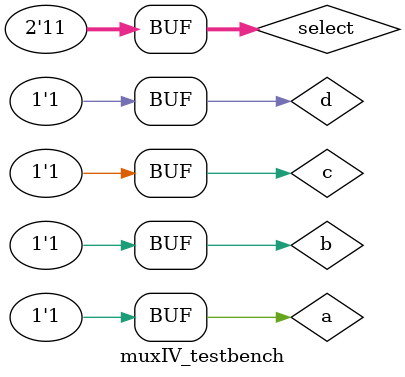
<source format=v>
`define DELAY 20
module muxIV_testbench(); 
reg a, b, c, d;
reg [1:0] select;
wire result;

muxIV iiiiiio (result, a, b, c, d, select);

initial begin
a = 1'b0; b = 1'b0; c = 1'b0; d = 1'b0; select = 2'b00;
#`DELAY;
a = 1'b0; b = 1'b0; c = 1'b0; d = 1'b1; select = 2'b00;
#`DELAY;
a = 1'b0; b = 1'b0; c = 1'b1; d = 1'b0; select = 2'b00;
#`DELAY;
a = 1'b0; b = 1'b0; c = 1'b1; d = 1'b1; select = 2'b00;
#`DELAY;
a = 1'b0; b = 1'b1; c = 1'b0; d = 1'b0; select = 2'b00;
#`DELAY;
a = 1'b0; b = 1'b1; c = 1'b0; d = 1'b1; select = 2'b00;
#`DELAY;
a = 1'b0; b = 1'b1; c = 1'b1; d = 1'b0; select = 2'b00;
#`DELAY;
a = 1'b0; b = 1'b1; c = 1'b1; d = 1'b1; select = 2'b00;
#`DELAY;
a = 1'b1; b = 1'b0; c = 1'b0; d = 1'b0; select = 2'b00;
#`DELAY;
a = 1'b1; b = 1'b0; c = 1'b0; d = 1'b1; select = 2'b00;
#`DELAY;
a = 1'b1; b = 1'b0; c = 1'b1; d = 1'b0; select = 2'b00;
#`DELAY;
a = 1'b1; b = 1'b0; c = 1'b1; d = 1'b1; select = 2'b00;
#`DELAY;
a = 1'b1; b = 1'b1; c = 1'b0; d = 1'b0; select = 2'b00;
#`DELAY;
a = 1'b1; b = 1'b1; c = 1'b0; d = 1'b1; select = 2'b00;
#`DELAY;
a = 1'b1; b = 1'b1; c = 1'b1; d = 1'b0; select = 2'b00;
#`DELAY;
a = 1'b1; b = 1'b1; c = 1'b1; d = 1'b1; select = 2'b00;
#`DELAY;


a = 1'b0; b = 1'b0; c = 1'b0; d = 1'b0; select = 2'b01;
#`DELAY;
a = 1'b0; b = 1'b0; c = 1'b0; d = 1'b1; select = 2'b01;
#`DELAY;
a = 1'b0; b = 1'b0; c = 1'b1; d = 1'b0; select = 2'b01;
#`DELAY;
a = 1'b0; b = 1'b0; c = 1'b1; d = 1'b1; select = 2'b01;
#`DELAY;
a = 1'b0; b = 1'b1; c = 1'b0; d = 1'b0; select = 2'b01;
#`DELAY;
a = 1'b0; b = 1'b1; c = 1'b0; d = 1'b1; select = 2'b01;
#`DELAY;
a = 1'b0; b = 1'b1; c = 1'b1; d = 1'b0; select = 2'b01;
#`DELAY;
a = 1'b0; b = 1'b1; c = 1'b1; d = 1'b1; select = 2'b01;
#`DELAY;
a = 1'b1; b = 1'b0; c = 1'b0; d = 1'b0; select = 2'b01;
#`DELAY;
a = 1'b1; b = 1'b0; c = 1'b0; d = 1'b1; select = 2'b01;
#`DELAY;
a = 1'b1; b = 1'b0; c = 1'b1; d = 1'b0; select = 2'b01;
#`DELAY;
a = 1'b1; b = 1'b0; c = 1'b1; d = 1'b1; select = 2'b01;
#`DELAY;
a = 1'b1; b = 1'b1; c = 1'b0; d = 1'b0; select = 2'b01;
#`DELAY;
a = 1'b1; b = 1'b1; c = 1'b0; d = 1'b1; select = 2'b01;
#`DELAY;
a = 1'b1; b = 1'b1; c = 1'b1; d = 1'b0; select = 2'b01;
#`DELAY;
a = 1'b1; b = 1'b1; c = 1'b1; d = 1'b1; select = 2'b01;
#`DELAY;


a = 1'b0; b = 1'b0; c = 1'b0; d = 1'b0; select = 2'b10;
#`DELAY;
a = 1'b0; b = 1'b0; c = 1'b0; d = 1'b1; select = 2'b10;
#`DELAY;
a = 1'b0; b = 1'b0; c = 1'b1; d = 1'b0; select = 2'b10;
#`DELAY;
a = 1'b0; b = 1'b0; c = 1'b1; d = 1'b1; select = 2'b10;
#`DELAY;
a = 1'b0; b = 1'b1; c = 1'b0; d = 1'b0; select = 2'b10;
#`DELAY;
a = 1'b0; b = 1'b1; c = 1'b0; d = 1'b1; select = 2'b10;
#`DELAY;
a = 1'b0; b = 1'b1; c = 1'b1; d = 1'b0; select = 2'b10;
#`DELAY;
a = 1'b0; b = 1'b1; c = 1'b1; d = 1'b1; select = 2'b10;
#`DELAY;
a = 1'b1; b = 1'b0; c = 1'b0; d = 1'b0; select = 2'b10;
#`DELAY;
a = 1'b1; b = 1'b0; c = 1'b0; d = 1'b1; select = 2'b10;
#`DELAY;
a = 1'b1; b = 1'b0; c = 1'b1; d = 1'b0; select = 2'b10;
#`DELAY;
a = 1'b1; b = 1'b0; c = 1'b1; d = 1'b1; select = 2'b10;
#`DELAY;
a = 1'b1; b = 1'b1; c = 1'b0; d = 1'b0; select = 2'b10;
#`DELAY;
a = 1'b1; b = 1'b1; c = 1'b0; d = 1'b1; select = 2'b10;
#`DELAY;
a = 1'b1; b = 1'b1; c = 1'b1; d = 1'b0; select = 2'b10;
#`DELAY;
a = 1'b1; b = 1'b1; c = 1'b1; d = 1'b1; select = 2'b10;
#`DELAY;


a = 1'b0; b = 1'b0; c = 1'b0; d = 1'b0; select = 2'b11;
#`DELAY;
a = 1'b0; b = 1'b0; c = 1'b0; d = 1'b1; select = 2'b11;
#`DELAY;
a = 1'b0; b = 1'b0; c = 1'b1; d = 1'b0; select = 2'b11;
#`DELAY;
a = 1'b0; b = 1'b0; c = 1'b1; d = 1'b1; select = 2'b11;
#`DELAY;
a = 1'b0; b = 1'b1; c = 1'b0; d = 1'b0; select = 2'b11;
#`DELAY;
a = 1'b0; b = 1'b1; c = 1'b0; d = 1'b1; select = 2'b11;
#`DELAY;
a = 1'b0; b = 1'b1; c = 1'b1; d = 1'b0; select = 2'b11;
#`DELAY;
a = 1'b0; b = 1'b1; c = 1'b1; d = 1'b1; select = 2'b11;
#`DELAY;
a = 1'b1; b = 1'b0; c = 1'b0; d = 1'b0; select = 2'b11;
#`DELAY;
a = 1'b1; b = 1'b0; c = 1'b0; d = 1'b1; select = 2'b11;
#`DELAY;
a = 1'b1; b = 1'b0; c = 1'b1; d = 1'b0; select = 2'b11;
#`DELAY;
a = 1'b1; b = 1'b0; c = 1'b1; d = 1'b1; select = 2'b11;
#`DELAY;
a = 1'b1; b = 1'b1; c = 1'b0; d = 1'b0; select = 2'b11;
#`DELAY;
a = 1'b1; b = 1'b1; c = 1'b0; d = 1'b1; select = 2'b11;
#`DELAY;
a = 1'b1; b = 1'b1; c = 1'b1; d = 1'b0; select = 2'b11;
#`DELAY;
a = 1'b1; b = 1'b1; c = 1'b1; d = 1'b1; select = 2'b11;
#`DELAY;
end


initial
begin
$monitor("time = %2d, a =%1b, b=%1b, c=%1b, d=%1b, select=%1b, result=%1b", $time, a, b, c, d, select, result);
end
 
endmodule
</source>
